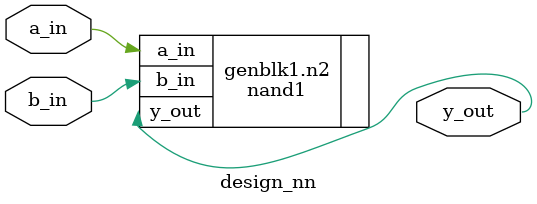
<source format=v>
`timescale 1ns / 1ps

module design_nn (
  input a_in, b_in, 
  output y_out
  );
  
  parameter sel=1;
  
  generate 
    if(sel)
      nand1 n2(.a_in(a_in), .b_in(b_in), .y_out(y_out));
  else
    nor1 n2(.a_in(a_in), .b_in(b_in), .y_out(y_out));
  endgenerate
endmodule

</source>
